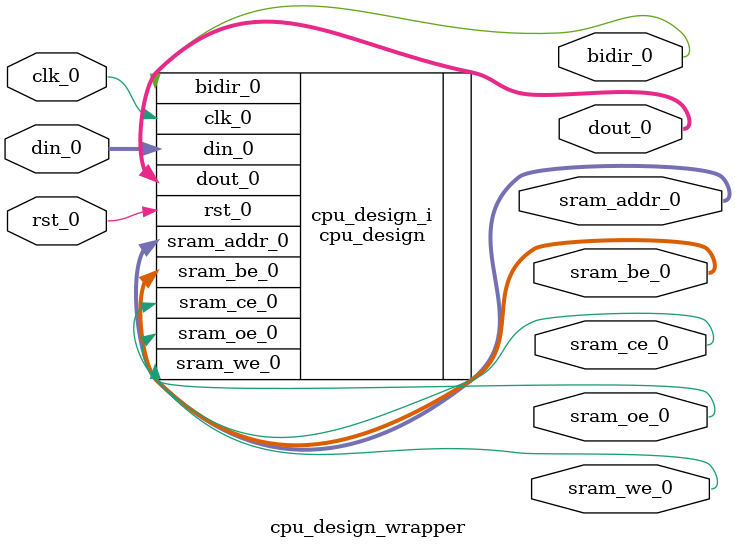
<source format=v>
`timescale 1 ps / 1 ps

module cpu_design_wrapper
   (bidir_0,
    clk_0,
    din_0,
    dout_0,
    rst_0,
    sram_addr_0,
    sram_be_0,
    sram_ce_0,
    sram_oe_0,
    sram_we_0);
  output bidir_0;
  input clk_0;
  input [63:0]din_0;
  output [63:0]dout_0;
  input rst_0;
  output [19:0]sram_addr_0;
  output [7:0]sram_be_0;
  output sram_ce_0;
  output sram_oe_0;
  output sram_we_0;

  wire bidir_0;
  wire clk_0;
  wire [63:0]din_0;
  wire [63:0]dout_0;
  wire rst_0;
  wire [19:0]sram_addr_0;
  wire [7:0]sram_be_0;
  wire sram_ce_0;
  wire sram_oe_0;
  wire sram_we_0;

  cpu_design cpu_design_i
       (.bidir_0(bidir_0),
        .clk_0(clk_0),
        .din_0(din_0),
        .dout_0(dout_0),
        .rst_0(rst_0),
        .sram_addr_0(sram_addr_0),
        .sram_be_0(sram_be_0),
        .sram_ce_0(sram_ce_0),
        .sram_oe_0(sram_oe_0),
        .sram_we_0(sram_we_0));
endmodule

</source>
